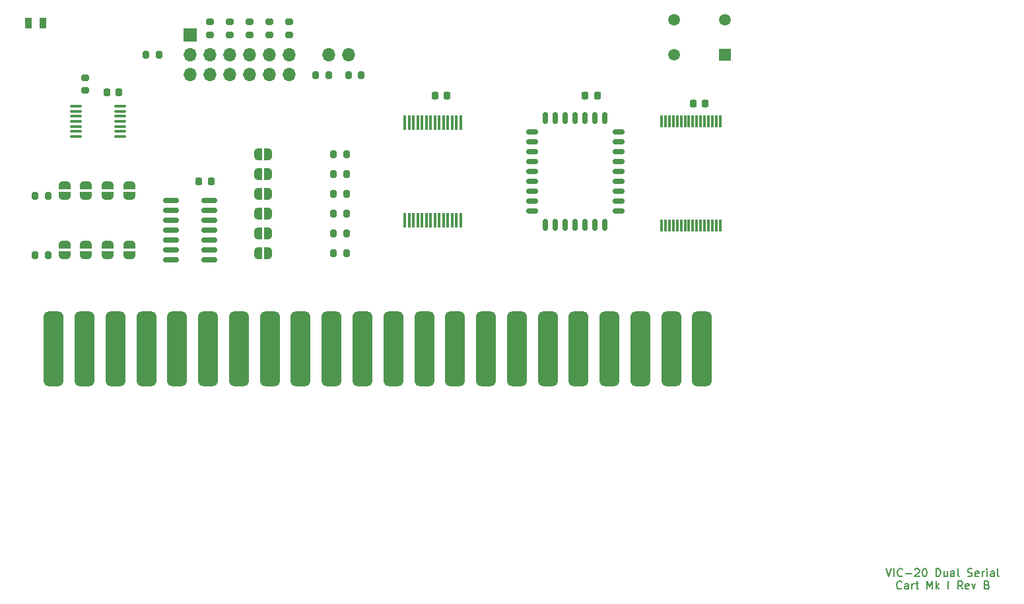
<source format=gts>
G04 #@! TF.GenerationSoftware,KiCad,Pcbnew,8.0.5*
G04 #@! TF.CreationDate,2024-11-25T10:28:40+11:00*
G04 #@! TF.ProjectId,Vic20_FlashCart,56696332-305f-4466-9c61-736843617274,rev?*
G04 #@! TF.SameCoordinates,Original*
G04 #@! TF.FileFunction,Soldermask,Top*
G04 #@! TF.FilePolarity,Negative*
%FSLAX46Y46*%
G04 Gerber Fmt 4.6, Leading zero omitted, Abs format (unit mm)*
G04 Created by KiCad (PCBNEW 8.0.5) date 2024-11-25 10:28:40*
%MOMM*%
%LPD*%
G01*
G04 APERTURE LIST*
G04 Aperture macros list*
%AMRoundRect*
0 Rectangle with rounded corners*
0 $1 Rounding radius*
0 $2 $3 $4 $5 $6 $7 $8 $9 X,Y pos of 4 corners*
0 Add a 4 corners polygon primitive as box body*
4,1,4,$2,$3,$4,$5,$6,$7,$8,$9,$2,$3,0*
0 Add four circle primitives for the rounded corners*
1,1,$1+$1,$2,$3*
1,1,$1+$1,$4,$5*
1,1,$1+$1,$6,$7*
1,1,$1+$1,$8,$9*
0 Add four rect primitives between the rounded corners*
20,1,$1+$1,$2,$3,$4,$5,0*
20,1,$1+$1,$4,$5,$6,$7,0*
20,1,$1+$1,$6,$7,$8,$9,0*
20,1,$1+$1,$8,$9,$2,$3,0*%
%AMFreePoly0*
4,1,19,0.500000,-0.750000,0.000000,-0.750000,0.000000,-0.744911,-0.071157,-0.744911,-0.207708,-0.704816,-0.327430,-0.627875,-0.420627,-0.520320,-0.479746,-0.390866,-0.500000,-0.250000,-0.500000,0.250000,-0.479746,0.390866,-0.420627,0.520320,-0.327430,0.627875,-0.207708,0.704816,-0.071157,0.744911,0.000000,0.744911,0.000000,0.750000,0.500000,0.750000,0.500000,-0.750000,0.500000,-0.750000,
$1*%
%AMFreePoly1*
4,1,19,0.000000,0.744911,0.071157,0.744911,0.207708,0.704816,0.327430,0.627875,0.420627,0.520320,0.479746,0.390866,0.500000,0.250000,0.500000,-0.250000,0.479746,-0.390866,0.420627,-0.520320,0.327430,-0.627875,0.207708,-0.704816,0.071157,-0.744911,0.000000,-0.744911,0.000000,-0.750000,-0.500000,-0.750000,-0.500000,0.750000,0.000000,0.750000,0.000000,0.744911,0.000000,0.744911,
$1*%
G04 Aperture macros list end*
%ADD10C,0.150000*%
%ADD11RoundRect,0.650000X-0.650000X-4.150000X0.650000X-4.150000X0.650000X4.150000X-0.650000X4.150000X0*%
%ADD12R,0.350000X1.870000*%
%ADD13R,1.700000X1.700000*%
%ADD14O,1.700000X1.700000*%
%ADD15FreePoly0,180.000000*%
%ADD16FreePoly1,180.000000*%
%ADD17FreePoly0,270.000000*%
%ADD18FreePoly1,270.000000*%
%ADD19RoundRect,0.200000X0.200000X0.275000X-0.200000X0.275000X-0.200000X-0.275000X0.200000X-0.275000X0*%
%ADD20RoundRect,0.225000X-0.225000X-0.250000X0.225000X-0.250000X0.225000X0.250000X-0.225000X0.250000X0*%
%ADD21RoundRect,0.150000X-0.825000X-0.150000X0.825000X-0.150000X0.825000X0.150000X-0.825000X0.150000X0*%
%ADD22RoundRect,0.225000X0.225000X0.250000X-0.225000X0.250000X-0.225000X-0.250000X0.225000X-0.250000X0*%
%ADD23RoundRect,0.150000X-0.150000X-0.587500X0.150000X-0.587500X0.150000X0.587500X-0.150000X0.587500X0*%
%ADD24RoundRect,0.150000X-0.587500X-0.150000X0.587500X-0.150000X0.587500X0.150000X-0.587500X0.150000X0*%
%ADD25RoundRect,0.200000X0.275000X-0.200000X0.275000X0.200000X-0.275000X0.200000X-0.275000X-0.200000X0*%
%ADD26R,1.500000X1.500000*%
%ADD27C,1.500000*%
%ADD28RoundRect,0.200000X-0.200000X-0.275000X0.200000X-0.275000X0.200000X0.275000X-0.200000X0.275000X0*%
%ADD29R,0.950000X1.400000*%
%ADD30RoundRect,0.075000X-0.075000X0.712500X-0.075000X-0.712500X0.075000X-0.712500X0.075000X0.712500X0*%
%ADD31RoundRect,0.100000X-0.637500X-0.100000X0.637500X-0.100000X0.637500X0.100000X-0.637500X0.100000X0*%
G04 APERTURE END LIST*
D10*
X201041904Y-147239847D02*
X201375237Y-148239847D01*
X201375237Y-148239847D02*
X201708570Y-147239847D01*
X202041904Y-148239847D02*
X202041904Y-147239847D01*
X203089522Y-148144608D02*
X203041903Y-148192228D01*
X203041903Y-148192228D02*
X202899046Y-148239847D01*
X202899046Y-148239847D02*
X202803808Y-148239847D01*
X202803808Y-148239847D02*
X202660951Y-148192228D01*
X202660951Y-148192228D02*
X202565713Y-148096989D01*
X202565713Y-148096989D02*
X202518094Y-148001751D01*
X202518094Y-148001751D02*
X202470475Y-147811275D01*
X202470475Y-147811275D02*
X202470475Y-147668418D01*
X202470475Y-147668418D02*
X202518094Y-147477942D01*
X202518094Y-147477942D02*
X202565713Y-147382704D01*
X202565713Y-147382704D02*
X202660951Y-147287466D01*
X202660951Y-147287466D02*
X202803808Y-147239847D01*
X202803808Y-147239847D02*
X202899046Y-147239847D01*
X202899046Y-147239847D02*
X203041903Y-147287466D01*
X203041903Y-147287466D02*
X203089522Y-147335085D01*
X203518094Y-147858894D02*
X204279999Y-147858894D01*
X204708570Y-147335085D02*
X204756189Y-147287466D01*
X204756189Y-147287466D02*
X204851427Y-147239847D01*
X204851427Y-147239847D02*
X205089522Y-147239847D01*
X205089522Y-147239847D02*
X205184760Y-147287466D01*
X205184760Y-147287466D02*
X205232379Y-147335085D01*
X205232379Y-147335085D02*
X205279998Y-147430323D01*
X205279998Y-147430323D02*
X205279998Y-147525561D01*
X205279998Y-147525561D02*
X205232379Y-147668418D01*
X205232379Y-147668418D02*
X204660951Y-148239847D01*
X204660951Y-148239847D02*
X205279998Y-148239847D01*
X205899046Y-147239847D02*
X205994284Y-147239847D01*
X205994284Y-147239847D02*
X206089522Y-147287466D01*
X206089522Y-147287466D02*
X206137141Y-147335085D01*
X206137141Y-147335085D02*
X206184760Y-147430323D01*
X206184760Y-147430323D02*
X206232379Y-147620799D01*
X206232379Y-147620799D02*
X206232379Y-147858894D01*
X206232379Y-147858894D02*
X206184760Y-148049370D01*
X206184760Y-148049370D02*
X206137141Y-148144608D01*
X206137141Y-148144608D02*
X206089522Y-148192228D01*
X206089522Y-148192228D02*
X205994284Y-148239847D01*
X205994284Y-148239847D02*
X205899046Y-148239847D01*
X205899046Y-148239847D02*
X205803808Y-148192228D01*
X205803808Y-148192228D02*
X205756189Y-148144608D01*
X205756189Y-148144608D02*
X205708570Y-148049370D01*
X205708570Y-148049370D02*
X205660951Y-147858894D01*
X205660951Y-147858894D02*
X205660951Y-147620799D01*
X205660951Y-147620799D02*
X205708570Y-147430323D01*
X205708570Y-147430323D02*
X205756189Y-147335085D01*
X205756189Y-147335085D02*
X205803808Y-147287466D01*
X205803808Y-147287466D02*
X205899046Y-147239847D01*
X207422856Y-148239847D02*
X207422856Y-147239847D01*
X207422856Y-147239847D02*
X207660951Y-147239847D01*
X207660951Y-147239847D02*
X207803808Y-147287466D01*
X207803808Y-147287466D02*
X207899046Y-147382704D01*
X207899046Y-147382704D02*
X207946665Y-147477942D01*
X207946665Y-147477942D02*
X207994284Y-147668418D01*
X207994284Y-147668418D02*
X207994284Y-147811275D01*
X207994284Y-147811275D02*
X207946665Y-148001751D01*
X207946665Y-148001751D02*
X207899046Y-148096989D01*
X207899046Y-148096989D02*
X207803808Y-148192228D01*
X207803808Y-148192228D02*
X207660951Y-148239847D01*
X207660951Y-148239847D02*
X207422856Y-148239847D01*
X208851427Y-147573180D02*
X208851427Y-148239847D01*
X208422856Y-147573180D02*
X208422856Y-148096989D01*
X208422856Y-148096989D02*
X208470475Y-148192228D01*
X208470475Y-148192228D02*
X208565713Y-148239847D01*
X208565713Y-148239847D02*
X208708570Y-148239847D01*
X208708570Y-148239847D02*
X208803808Y-148192228D01*
X208803808Y-148192228D02*
X208851427Y-148144608D01*
X209756189Y-148239847D02*
X209756189Y-147716037D01*
X209756189Y-147716037D02*
X209708570Y-147620799D01*
X209708570Y-147620799D02*
X209613332Y-147573180D01*
X209613332Y-147573180D02*
X209422856Y-147573180D01*
X209422856Y-147573180D02*
X209327618Y-147620799D01*
X209756189Y-148192228D02*
X209660951Y-148239847D01*
X209660951Y-148239847D02*
X209422856Y-148239847D01*
X209422856Y-148239847D02*
X209327618Y-148192228D01*
X209327618Y-148192228D02*
X209279999Y-148096989D01*
X209279999Y-148096989D02*
X209279999Y-148001751D01*
X209279999Y-148001751D02*
X209327618Y-147906513D01*
X209327618Y-147906513D02*
X209422856Y-147858894D01*
X209422856Y-147858894D02*
X209660951Y-147858894D01*
X209660951Y-147858894D02*
X209756189Y-147811275D01*
X210375237Y-148239847D02*
X210279999Y-148192228D01*
X210279999Y-148192228D02*
X210232380Y-148096989D01*
X210232380Y-148096989D02*
X210232380Y-147239847D01*
X211470476Y-148192228D02*
X211613333Y-148239847D01*
X211613333Y-148239847D02*
X211851428Y-148239847D01*
X211851428Y-148239847D02*
X211946666Y-148192228D01*
X211946666Y-148192228D02*
X211994285Y-148144608D01*
X211994285Y-148144608D02*
X212041904Y-148049370D01*
X212041904Y-148049370D02*
X212041904Y-147954132D01*
X212041904Y-147954132D02*
X211994285Y-147858894D01*
X211994285Y-147858894D02*
X211946666Y-147811275D01*
X211946666Y-147811275D02*
X211851428Y-147763656D01*
X211851428Y-147763656D02*
X211660952Y-147716037D01*
X211660952Y-147716037D02*
X211565714Y-147668418D01*
X211565714Y-147668418D02*
X211518095Y-147620799D01*
X211518095Y-147620799D02*
X211470476Y-147525561D01*
X211470476Y-147525561D02*
X211470476Y-147430323D01*
X211470476Y-147430323D02*
X211518095Y-147335085D01*
X211518095Y-147335085D02*
X211565714Y-147287466D01*
X211565714Y-147287466D02*
X211660952Y-147239847D01*
X211660952Y-147239847D02*
X211899047Y-147239847D01*
X211899047Y-147239847D02*
X212041904Y-147287466D01*
X212851428Y-148192228D02*
X212756190Y-148239847D01*
X212756190Y-148239847D02*
X212565714Y-148239847D01*
X212565714Y-148239847D02*
X212470476Y-148192228D01*
X212470476Y-148192228D02*
X212422857Y-148096989D01*
X212422857Y-148096989D02*
X212422857Y-147716037D01*
X212422857Y-147716037D02*
X212470476Y-147620799D01*
X212470476Y-147620799D02*
X212565714Y-147573180D01*
X212565714Y-147573180D02*
X212756190Y-147573180D01*
X212756190Y-147573180D02*
X212851428Y-147620799D01*
X212851428Y-147620799D02*
X212899047Y-147716037D01*
X212899047Y-147716037D02*
X212899047Y-147811275D01*
X212899047Y-147811275D02*
X212422857Y-147906513D01*
X213327619Y-148239847D02*
X213327619Y-147573180D01*
X213327619Y-147763656D02*
X213375238Y-147668418D01*
X213375238Y-147668418D02*
X213422857Y-147620799D01*
X213422857Y-147620799D02*
X213518095Y-147573180D01*
X213518095Y-147573180D02*
X213613333Y-147573180D01*
X213946667Y-148239847D02*
X213946667Y-147573180D01*
X213946667Y-147239847D02*
X213899048Y-147287466D01*
X213899048Y-147287466D02*
X213946667Y-147335085D01*
X213946667Y-147335085D02*
X213994286Y-147287466D01*
X213994286Y-147287466D02*
X213946667Y-147239847D01*
X213946667Y-147239847D02*
X213946667Y-147335085D01*
X214851428Y-148239847D02*
X214851428Y-147716037D01*
X214851428Y-147716037D02*
X214803809Y-147620799D01*
X214803809Y-147620799D02*
X214708571Y-147573180D01*
X214708571Y-147573180D02*
X214518095Y-147573180D01*
X214518095Y-147573180D02*
X214422857Y-147620799D01*
X214851428Y-148192228D02*
X214756190Y-148239847D01*
X214756190Y-148239847D02*
X214518095Y-148239847D01*
X214518095Y-148239847D02*
X214422857Y-148192228D01*
X214422857Y-148192228D02*
X214375238Y-148096989D01*
X214375238Y-148096989D02*
X214375238Y-148001751D01*
X214375238Y-148001751D02*
X214422857Y-147906513D01*
X214422857Y-147906513D02*
X214518095Y-147858894D01*
X214518095Y-147858894D02*
X214756190Y-147858894D01*
X214756190Y-147858894D02*
X214851428Y-147811275D01*
X215470476Y-148239847D02*
X215375238Y-148192228D01*
X215375238Y-148192228D02*
X215327619Y-148096989D01*
X215327619Y-148096989D02*
X215327619Y-147239847D01*
X202994284Y-149754552D02*
X202946665Y-149802172D01*
X202946665Y-149802172D02*
X202803808Y-149849791D01*
X202803808Y-149849791D02*
X202708570Y-149849791D01*
X202708570Y-149849791D02*
X202565713Y-149802172D01*
X202565713Y-149802172D02*
X202470475Y-149706933D01*
X202470475Y-149706933D02*
X202422856Y-149611695D01*
X202422856Y-149611695D02*
X202375237Y-149421219D01*
X202375237Y-149421219D02*
X202375237Y-149278362D01*
X202375237Y-149278362D02*
X202422856Y-149087886D01*
X202422856Y-149087886D02*
X202470475Y-148992648D01*
X202470475Y-148992648D02*
X202565713Y-148897410D01*
X202565713Y-148897410D02*
X202708570Y-148849791D01*
X202708570Y-148849791D02*
X202803808Y-148849791D01*
X202803808Y-148849791D02*
X202946665Y-148897410D01*
X202946665Y-148897410D02*
X202994284Y-148945029D01*
X203851427Y-149849791D02*
X203851427Y-149325981D01*
X203851427Y-149325981D02*
X203803808Y-149230743D01*
X203803808Y-149230743D02*
X203708570Y-149183124D01*
X203708570Y-149183124D02*
X203518094Y-149183124D01*
X203518094Y-149183124D02*
X203422856Y-149230743D01*
X203851427Y-149802172D02*
X203756189Y-149849791D01*
X203756189Y-149849791D02*
X203518094Y-149849791D01*
X203518094Y-149849791D02*
X203422856Y-149802172D01*
X203422856Y-149802172D02*
X203375237Y-149706933D01*
X203375237Y-149706933D02*
X203375237Y-149611695D01*
X203375237Y-149611695D02*
X203422856Y-149516457D01*
X203422856Y-149516457D02*
X203518094Y-149468838D01*
X203518094Y-149468838D02*
X203756189Y-149468838D01*
X203756189Y-149468838D02*
X203851427Y-149421219D01*
X204327618Y-149849791D02*
X204327618Y-149183124D01*
X204327618Y-149373600D02*
X204375237Y-149278362D01*
X204375237Y-149278362D02*
X204422856Y-149230743D01*
X204422856Y-149230743D02*
X204518094Y-149183124D01*
X204518094Y-149183124D02*
X204613332Y-149183124D01*
X204803809Y-149183124D02*
X205184761Y-149183124D01*
X204946666Y-148849791D02*
X204946666Y-149706933D01*
X204946666Y-149706933D02*
X204994285Y-149802172D01*
X204994285Y-149802172D02*
X205089523Y-149849791D01*
X205089523Y-149849791D02*
X205184761Y-149849791D01*
X206280000Y-149849791D02*
X206280000Y-148849791D01*
X206280000Y-148849791D02*
X206613333Y-149564076D01*
X206613333Y-149564076D02*
X206946666Y-148849791D01*
X206946666Y-148849791D02*
X206946666Y-149849791D01*
X207422857Y-149849791D02*
X207422857Y-148849791D01*
X207518095Y-149468838D02*
X207803809Y-149849791D01*
X207803809Y-149183124D02*
X207422857Y-149564076D01*
X208994286Y-149849791D02*
X208994286Y-148849791D01*
X210803809Y-149849791D02*
X210470476Y-149373600D01*
X210232381Y-149849791D02*
X210232381Y-148849791D01*
X210232381Y-148849791D02*
X210613333Y-148849791D01*
X210613333Y-148849791D02*
X210708571Y-148897410D01*
X210708571Y-148897410D02*
X210756190Y-148945029D01*
X210756190Y-148945029D02*
X210803809Y-149040267D01*
X210803809Y-149040267D02*
X210803809Y-149183124D01*
X210803809Y-149183124D02*
X210756190Y-149278362D01*
X210756190Y-149278362D02*
X210708571Y-149325981D01*
X210708571Y-149325981D02*
X210613333Y-149373600D01*
X210613333Y-149373600D02*
X210232381Y-149373600D01*
X211613333Y-149802172D02*
X211518095Y-149849791D01*
X211518095Y-149849791D02*
X211327619Y-149849791D01*
X211327619Y-149849791D02*
X211232381Y-149802172D01*
X211232381Y-149802172D02*
X211184762Y-149706933D01*
X211184762Y-149706933D02*
X211184762Y-149325981D01*
X211184762Y-149325981D02*
X211232381Y-149230743D01*
X211232381Y-149230743D02*
X211327619Y-149183124D01*
X211327619Y-149183124D02*
X211518095Y-149183124D01*
X211518095Y-149183124D02*
X211613333Y-149230743D01*
X211613333Y-149230743D02*
X211660952Y-149325981D01*
X211660952Y-149325981D02*
X211660952Y-149421219D01*
X211660952Y-149421219D02*
X211184762Y-149516457D01*
X211994286Y-149183124D02*
X212232381Y-149849791D01*
X212232381Y-149849791D02*
X212470476Y-149183124D01*
X213946667Y-149325981D02*
X214089524Y-149373600D01*
X214089524Y-149373600D02*
X214137143Y-149421219D01*
X214137143Y-149421219D02*
X214184762Y-149516457D01*
X214184762Y-149516457D02*
X214184762Y-149659314D01*
X214184762Y-149659314D02*
X214137143Y-149754552D01*
X214137143Y-149754552D02*
X214089524Y-149802172D01*
X214089524Y-149802172D02*
X213994286Y-149849791D01*
X213994286Y-149849791D02*
X213613334Y-149849791D01*
X213613334Y-149849791D02*
X213613334Y-148849791D01*
X213613334Y-148849791D02*
X213946667Y-148849791D01*
X213946667Y-148849791D02*
X214041905Y-148897410D01*
X214041905Y-148897410D02*
X214089524Y-148945029D01*
X214089524Y-148945029D02*
X214137143Y-149040267D01*
X214137143Y-149040267D02*
X214137143Y-149135505D01*
X214137143Y-149135505D02*
X214089524Y-149230743D01*
X214089524Y-149230743D02*
X214041905Y-149278362D01*
X214041905Y-149278362D02*
X213946667Y-149325981D01*
X213946667Y-149325981D02*
X213613334Y-149325981D01*
D11*
X177418000Y-118999000D03*
X173458000Y-118999000D03*
X169498000Y-118999000D03*
X165538000Y-118999000D03*
X161578000Y-118999000D03*
X157618000Y-118999000D03*
X153658000Y-118999000D03*
X149698000Y-118999000D03*
X145738000Y-118999000D03*
X141778000Y-118999000D03*
X137818000Y-118999000D03*
X133858000Y-118999000D03*
X129898000Y-118999000D03*
X125938000Y-118999000D03*
X121978000Y-118999000D03*
X118018000Y-118999000D03*
X114058000Y-118999000D03*
X110098000Y-118999000D03*
X106138000Y-118999000D03*
X102178000Y-118999000D03*
X98218000Y-118999000D03*
X94258000Y-118999000D03*
D12*
X142588680Y-89990200D03*
X142038680Y-89990200D03*
X141488680Y-89990200D03*
X140938680Y-89990200D03*
X140388680Y-89990200D03*
X139838680Y-89990200D03*
X139288680Y-89990200D03*
X139288680Y-102530200D03*
X139838680Y-102530200D03*
X140388680Y-102530200D03*
X140938680Y-102530200D03*
X141488680Y-102530200D03*
X142038680Y-102530200D03*
X142588680Y-102530200D03*
X143138680Y-102530200D03*
X143688680Y-102530200D03*
X144238680Y-102530200D03*
X144788680Y-102530200D03*
X145338680Y-102530200D03*
X145888680Y-102530200D03*
X146438680Y-102530200D03*
X146438680Y-89990200D03*
X145888680Y-89990200D03*
X145338680Y-89990200D03*
X144788680Y-89990200D03*
X144238680Y-89990200D03*
X143688680Y-89990200D03*
X143138680Y-89990200D03*
D13*
X111760000Y-78740000D03*
D14*
X111760000Y-81280000D03*
X111760000Y-83820000D03*
X114300000Y-81280000D03*
X114300000Y-83820000D03*
X116840000Y-81280000D03*
X116840000Y-83820000D03*
X119380000Y-81280000D03*
X119380000Y-83820000D03*
X121920000Y-81280000D03*
X121920000Y-83820000D03*
X124460000Y-81280000D03*
X124460000Y-83820000D03*
X129540000Y-81280000D03*
X132080000Y-81280000D03*
D15*
X121786900Y-99072700D03*
D16*
X120486900Y-99072700D03*
D17*
X95635000Y-105664000D03*
D18*
X95635000Y-106964000D03*
D19*
X131787900Y-93992700D03*
X130137900Y-93992700D03*
X131787900Y-106692700D03*
X130137900Y-106692700D03*
D20*
X112902400Y-97536000D03*
X114452400Y-97536000D03*
D21*
X109285000Y-99974400D03*
X109285000Y-101244400D03*
X109285000Y-102514400D03*
X109285000Y-103784400D03*
X109285000Y-105054400D03*
X109285000Y-106324400D03*
X109285000Y-107594400D03*
X114235000Y-107594400D03*
X114235000Y-106324400D03*
X114235000Y-105054400D03*
X114235000Y-103784400D03*
X114235000Y-102514400D03*
X114235000Y-101244400D03*
X114235000Y-99974400D03*
D22*
X163970000Y-86505700D03*
X162420000Y-86505700D03*
D23*
X161163000Y-89377700D03*
X159893000Y-89377700D03*
X158623000Y-89377700D03*
X157353000Y-89377700D03*
D24*
X155600500Y-91135200D03*
X155600500Y-92405200D03*
X155600500Y-93675200D03*
X155600500Y-94945200D03*
X155600500Y-96215200D03*
X155600500Y-97485200D03*
X155600500Y-98755200D03*
X155600500Y-100025200D03*
X155600500Y-101295200D03*
D23*
X157353000Y-103052700D03*
X158623000Y-103052700D03*
X159893000Y-103052700D03*
X161163000Y-103052700D03*
X162433000Y-103052700D03*
X163703000Y-103052700D03*
X164973000Y-103052700D03*
D24*
X166725500Y-101295200D03*
X166725500Y-100025200D03*
X166725500Y-98755200D03*
X166725500Y-97485200D03*
X166725500Y-96215200D03*
X166725500Y-94945200D03*
X166725500Y-93675200D03*
X166725500Y-92405200D03*
X166725500Y-91135200D03*
D23*
X164973000Y-89377700D03*
X163703000Y-89377700D03*
X162433000Y-89377700D03*
D17*
X104005000Y-98044000D03*
D18*
X104005000Y-99344000D03*
D25*
X121920000Y-78676000D03*
X121920000Y-77026000D03*
D17*
X104005000Y-105664000D03*
D18*
X104005000Y-106964000D03*
D17*
X101215000Y-98044000D03*
D18*
X101215000Y-99344000D03*
D19*
X131787900Y-96532700D03*
X130137900Y-96532700D03*
D26*
X180340000Y-81280000D03*
D27*
X173840000Y-81280000D03*
X180340000Y-76780000D03*
X173840000Y-76780000D03*
D28*
X91885000Y-106964000D03*
X93535000Y-106964000D03*
D22*
X177838400Y-87542200D03*
X176288400Y-87542200D03*
X102642000Y-86106000D03*
X101092000Y-86106000D03*
D15*
X121786900Y-96532700D03*
D16*
X120486900Y-96532700D03*
D17*
X95635000Y-98044000D03*
D18*
X95635000Y-99344000D03*
D29*
X90980200Y-77190600D03*
X92880200Y-77190600D03*
D17*
X98425000Y-98044000D03*
D18*
X98425000Y-99344000D03*
D25*
X98272600Y-85852000D03*
X98272600Y-84202000D03*
D19*
X131787900Y-99072700D03*
X130137900Y-99072700D03*
D25*
X116840000Y-78676000D03*
X116840000Y-77026000D03*
X124460000Y-78676000D03*
X124460000Y-77026000D03*
X119380000Y-78676000D03*
X119380000Y-77026000D03*
D28*
X91885000Y-99344000D03*
X93535000Y-99344000D03*
D15*
X121786900Y-106692700D03*
D16*
X120486900Y-106692700D03*
D28*
X127890000Y-83896000D03*
X129540000Y-83896000D03*
D30*
X179724600Y-89807700D03*
X179224600Y-89807700D03*
X178724600Y-89807700D03*
X178224600Y-89807700D03*
X177724600Y-89807700D03*
X177224600Y-89807700D03*
X176724600Y-89807700D03*
X176224600Y-89807700D03*
X175724600Y-89807700D03*
X175224600Y-89807700D03*
X174724600Y-89807700D03*
X174224600Y-89807700D03*
X173724600Y-89807700D03*
X173224600Y-89807700D03*
X172724600Y-89807700D03*
X172224600Y-89807700D03*
X172224600Y-103182700D03*
X172724600Y-103182700D03*
X173224600Y-103182700D03*
X173724600Y-103182700D03*
X174224600Y-103182700D03*
X174724600Y-103182700D03*
X175224600Y-103182700D03*
X175724600Y-103182700D03*
X176224600Y-103182700D03*
X176724600Y-103182700D03*
X177224600Y-103182700D03*
X177724600Y-103182700D03*
X178224600Y-103182700D03*
X178724600Y-103182700D03*
X179224600Y-103182700D03*
X179724600Y-103182700D03*
D15*
X121786900Y-104152700D03*
D16*
X120486900Y-104152700D03*
D17*
X98425000Y-105664000D03*
D18*
X98425000Y-106964000D03*
D19*
X131787900Y-101612700D03*
X130137900Y-101612700D03*
X131787900Y-104152700D03*
X130137900Y-104152700D03*
D15*
X121786900Y-93992700D03*
D16*
X120486900Y-93992700D03*
D17*
X101215000Y-105664000D03*
D18*
X101215000Y-106964000D03*
D28*
X132080000Y-83896000D03*
X133730000Y-83896000D03*
D25*
X114300000Y-78676000D03*
X114300000Y-77026000D03*
D15*
X121786900Y-101612700D03*
D16*
X120486900Y-101612700D03*
D19*
X107755743Y-81280000D03*
X106105743Y-81280000D03*
D31*
X97086500Y-87839000D03*
X97086500Y-88489000D03*
X97086500Y-89139000D03*
X97086500Y-89789000D03*
X97086500Y-90439000D03*
X97086500Y-91089000D03*
X97086500Y-91739000D03*
X102811500Y-91739000D03*
X102811500Y-91089000D03*
X102811500Y-90439000D03*
X102811500Y-89789000D03*
X102811500Y-89139000D03*
X102811500Y-88489000D03*
X102811500Y-87839000D03*
D22*
X144688680Y-86453000D03*
X143138680Y-86453000D03*
M02*

</source>
